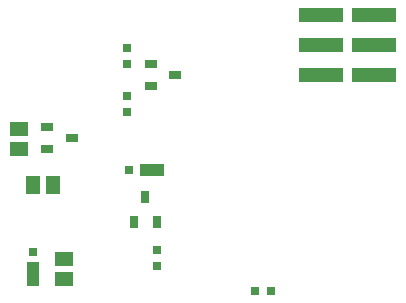
<source format=gbp>
G04 Layer_Color=128*
%FSLAX24Y24*%
%MOIN*%
G70*
G01*
G75*
%ADD66R,0.0316X0.0296*%
%ADD67R,0.0296X0.0316*%
%ADD68R,0.1501X0.0501*%
%ADD73R,0.0513X0.0591*%
%ADD74R,0.0788X0.0434*%
%ADD75R,0.0316X0.0316*%
%ADD77R,0.0316X0.0316*%
%ADD78R,0.0434X0.0788*%
%ADD110R,0.0401X0.0301*%
%ADD111R,0.0301X0.0401*%
%ADD112R,0.0591X0.0513*%
D66*
X19238Y4203D02*
D03*
Y3671D02*
D03*
X18248Y8818D02*
D03*
Y9349D02*
D03*
Y10399D02*
D03*
Y10931D02*
D03*
D67*
X23056Y2839D02*
D03*
X22524D02*
D03*
D68*
X24736Y10055D02*
D03*
Y11055D02*
D03*
Y12055D02*
D03*
X26486Y10055D02*
D03*
Y11055D02*
D03*
Y12055D02*
D03*
D73*
X15115Y6367D02*
D03*
X15785D02*
D03*
D74*
X19084Y6883D02*
D03*
D75*
X18336D02*
D03*
D77*
X15126Y4154D02*
D03*
D78*
Y3406D02*
D03*
D110*
X16420Y7943D02*
D03*
X15594Y8317D02*
D03*
Y7569D02*
D03*
X19867Y10049D02*
D03*
X19040Y10423D02*
D03*
Y9675D02*
D03*
D111*
X18868Y5959D02*
D03*
X18494Y5132D02*
D03*
X19242D02*
D03*
D112*
X14639Y7573D02*
D03*
Y8242D02*
D03*
X16139Y3234D02*
D03*
Y3903D02*
D03*
M02*

</source>
